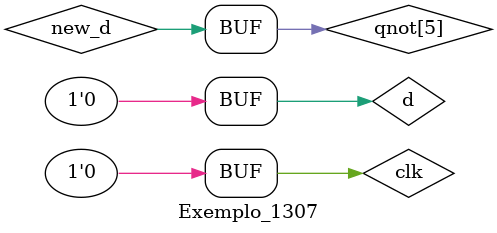
<source format=v>
/*
 Exemplo_1307.v - v0.0. - 05 / 11 / 2022
 Autor    : Gabriel Vargas Bento de Souza
 Matricula: 778023
 */

`include "FlipFlops.v"

/**
  Main
 */
module Exemplo_1307;
   wire q[5:0];       // q
   wire qnot[5:0];    // qnot
   reg  d;            // d (input)
   wire new_d;        // d       
   reg  clk;          // clock
   
   // instancias
   or  OR_1 (new_d, d, qnot[5]);

   dff D_1  (q[5], qnot[5], new_d, clk);
   dff D_2  (q[4], qnot[4], q[5],  clk);
   dff D_3  (q[3], qnot[3], q[4],  clk);
   dff D_4  (q[2], qnot[2], q[3],  clk);
   dff D_5  (q[1], qnot[1], q[2],  clk);
   dff D_6  (q[0], qnot[0], q[1],  clk);

   
   // valores iniciais
   initial begin: start
      d     = 1'bx;
      clk   = 1'b0;
   end

   // parte principal
   initial begin: main
       $display("Gabriel Vargas Bento de Souza - 778023");
       $display("Exemplo_1307\n");
       $display("Twister Ring Counter - 6 bits\n");

       // monitoramento
       $display(" input a b c d e f");
       $monitor("   %b   %b %b %b %b %b %b", 
                 d, q[5], q[4], q[3], q[2], q[1], q[0]);

       // sinalizacao
       #1  clk = ~clk; clk = ~clk; d = 1'b1;
       #1  clk = ~clk; clk = ~clk; d = 1'b0;
       #1  clk = ~clk; clk = ~clk; d = 1'b1;
       #1  clk = ~clk; clk = ~clk; d = 1'b1;
       #1  clk = ~clk; clk = ~clk; d = 1'b0;
       #1  clk = ~clk; clk = ~clk; d = 1'b0;
       #1  clk = ~clk; clk = ~clk; d = 1'b1;
       #1  clk = ~clk; clk = ~clk; d = 1'b1;
       #1  clk = ~clk; clk = ~clk; d = 1'b0;
       #1  clk = ~clk; clk = ~clk; d = 1'b0;
       #1  clk = ~clk; clk = ~clk; d = 1'b0;
       #1  clk = ~clk; clk = ~clk; d = 1'b0;
       #1  clk = ~clk; clk = ~clk; d = 1'b0;
       #1  clk = ~clk; clk = ~clk; d = 1'b0;
   end
endmodule // Exemplo_1307

/*
gabriel@desktop-ubuntu:~/Desktop/CC-PUC/2periodo/ARQ1/Tarefas/Guia13$ vvp Exemplo_1307.vvp
Gabriel Vargas Bento de Souza - 778023
Exemplo_1307

Twister Ring Counter - 6 bits

 input a b c d e f
   x   x x x x x x
   1   x x x x x x
   0   1 x x x x x
   1   0 1 x x x x
   1   1 0 1 x x x
   0   1 1 0 1 x x
   0   0 1 1 0 1 x
   1   1 0 1 1 0 1
   1   1 1 0 1 1 0
   0   1 1 1 0 1 1
   0   0 1 1 1 0 1
   0   1 0 1 1 1 0
   0   0 1 0 1 1 1
   0   1 0 1 0 1 1
   0   0 1 0 1 0 1

*/
</source>
